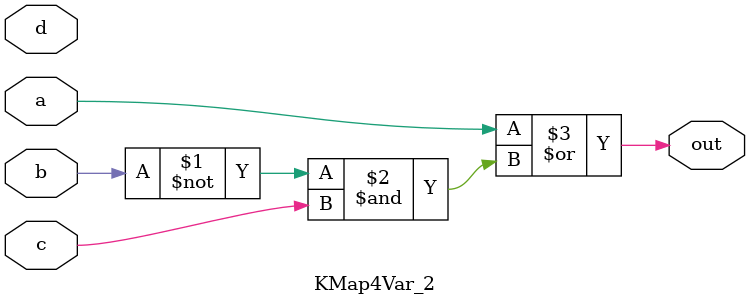
<source format=v>
module KMap4Var_2 (
    input a,
    input b,
    input c,
    input d,
    output out
);
    /* x = don't care
    cd\ab 00 01 11 10
    -----------------
    00    x  0  1  1
    01    0  0  x  x
    11    0  1  1  1
    10    0  1  1  1
    */

    assign out = a | ~b & c;
endmodule
</source>
